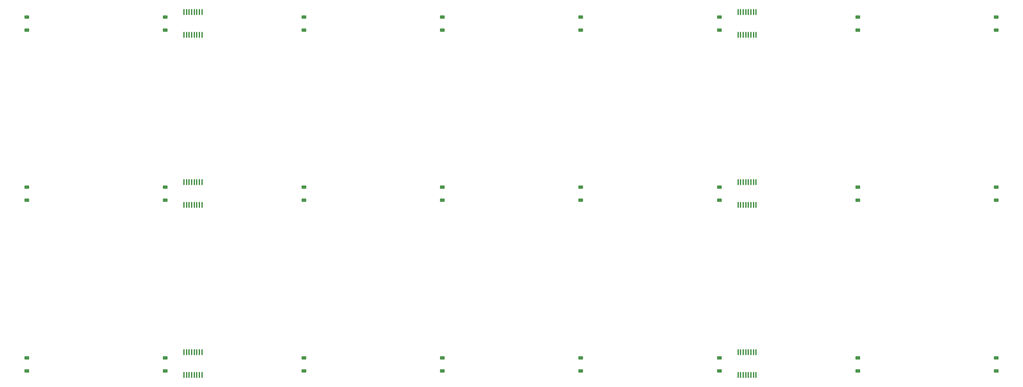
<source format=gbr>
%TF.GenerationSoftware,KiCad,Pcbnew,7.0.7*%
%TF.CreationDate,2024-03-28T21:46:40-04:00*%
%TF.ProjectId,midi-controller_pot-board_teensy,6d696469-2d63-46f6-9e74-726f6c6c6572,rev?*%
%TF.SameCoordinates,Original*%
%TF.FileFunction,Paste,Top*%
%TF.FilePolarity,Positive*%
%FSLAX46Y46*%
G04 Gerber Fmt 4.6, Leading zero omitted, Abs format (unit mm)*
G04 Created by KiCad (PCBNEW 7.0.7) date 2024-03-28 21:46:40*
%MOMM*%
%LPD*%
G01*
G04 APERTURE LIST*
G04 Aperture macros list*
%AMRoundRect*
0 Rectangle with rounded corners*
0 $1 Rounding radius*
0 $2 $3 $4 $5 $6 $7 $8 $9 X,Y pos of 4 corners*
0 Add a 4 corners polygon primitive as box body*
4,1,4,$2,$3,$4,$5,$6,$7,$8,$9,$2,$3,0*
0 Add four circle primitives for the rounded corners*
1,1,$1+$1,$2,$3*
1,1,$1+$1,$4,$5*
1,1,$1+$1,$6,$7*
1,1,$1+$1,$8,$9*
0 Add four rect primitives between the rounded corners*
20,1,$1+$1,$2,$3,$4,$5,0*
20,1,$1+$1,$4,$5,$6,$7,0*
20,1,$1+$1,$6,$7,$8,$9,0*
20,1,$1+$1,$8,$9,$2,$3,0*%
G04 Aperture macros list end*
%ADD10RoundRect,0.225000X0.375000X-0.225000X0.375000X0.225000X-0.375000X0.225000X-0.375000X-0.225000X0*%
%ADD11RoundRect,0.100000X0.100000X-0.637500X0.100000X0.637500X-0.100000X0.637500X-0.100000X-0.637500X0*%
G04 APERTURE END LIST*
D10*
%TO.C,D5*%
X265178000Y-130204000D03*
X265178000Y-126904000D03*
%TD*%
D11*
%TO.C,U1*%
X164903000Y-131416500D03*
X165553000Y-131416500D03*
X166203000Y-131416500D03*
X166853000Y-131416500D03*
X167503000Y-131416500D03*
X168153000Y-131416500D03*
X168803000Y-131416500D03*
X169453000Y-131416500D03*
X169453000Y-125691500D03*
X168803000Y-125691500D03*
X168153000Y-125691500D03*
X167503000Y-125691500D03*
X166853000Y-125691500D03*
X166203000Y-125691500D03*
X165553000Y-125691500D03*
X164903000Y-125691500D03*
%TD*%
D10*
%TO.C,D8*%
X370178000Y-130204000D03*
X370178000Y-126904000D03*
%TD*%
%TO.C,D2*%
X160178000Y-130204000D03*
X160178000Y-126904000D03*
%TD*%
%TO.C,D22*%
X300178000Y-216414000D03*
X300178000Y-213114000D03*
%TD*%
%TO.C,D17*%
X125178000Y-216414000D03*
X125178000Y-213114000D03*
%TD*%
%TO.C,D24*%
X370178000Y-216414000D03*
X370178000Y-213114000D03*
%TD*%
D11*
%TO.C,U4*%
X304903000Y-174416500D03*
X305553000Y-174416500D03*
X306203000Y-174416500D03*
X306853000Y-174416500D03*
X307503000Y-174416500D03*
X308153000Y-174416500D03*
X308803000Y-174416500D03*
X309453000Y-174416500D03*
X309453000Y-168691500D03*
X308803000Y-168691500D03*
X308153000Y-168691500D03*
X307503000Y-168691500D03*
X306853000Y-168691500D03*
X306203000Y-168691500D03*
X305553000Y-168691500D03*
X304903000Y-168691500D03*
%TD*%
D10*
%TO.C,D10*%
X160178000Y-173204000D03*
X160178000Y-169904000D03*
%TD*%
%TO.C,D6*%
X300178000Y-130204000D03*
X300178000Y-126904000D03*
%TD*%
%TO.C,D12*%
X230178000Y-173204000D03*
X230178000Y-169904000D03*
%TD*%
%TO.C,D15*%
X335178000Y-173204000D03*
X335178000Y-169904000D03*
%TD*%
%TO.C,D4*%
X230178000Y-130204000D03*
X230178000Y-126904000D03*
%TD*%
%TO.C,D13*%
X265178000Y-173204000D03*
X265178000Y-169904000D03*
%TD*%
%TO.C,D18*%
X160178000Y-216414000D03*
X160178000Y-213114000D03*
%TD*%
%TO.C,D16*%
X370178000Y-173204000D03*
X370178000Y-169904000D03*
%TD*%
%TO.C,D23*%
X335178000Y-216414000D03*
X335178000Y-213114000D03*
%TD*%
D11*
%TO.C,U5*%
X164903000Y-217416500D03*
X165553000Y-217416500D03*
X166203000Y-217416500D03*
X166853000Y-217416500D03*
X167503000Y-217416500D03*
X168153000Y-217416500D03*
X168803000Y-217416500D03*
X169453000Y-217416500D03*
X169453000Y-211691500D03*
X168803000Y-211691500D03*
X168153000Y-211691500D03*
X167503000Y-211691500D03*
X166853000Y-211691500D03*
X166203000Y-211691500D03*
X165553000Y-211691500D03*
X164903000Y-211691500D03*
%TD*%
D10*
%TO.C,D3*%
X195178000Y-130204000D03*
X195178000Y-126904000D03*
%TD*%
%TO.C,D14*%
X300178000Y-173204000D03*
X300178000Y-169904000D03*
%TD*%
%TO.C,D21*%
X265178000Y-216414000D03*
X265178000Y-213114000D03*
%TD*%
%TO.C,D20*%
X230178000Y-216414000D03*
X230178000Y-213114000D03*
%TD*%
D11*
%TO.C,U2*%
X304903000Y-131416500D03*
X305553000Y-131416500D03*
X306203000Y-131416500D03*
X306853000Y-131416500D03*
X307503000Y-131416500D03*
X308153000Y-131416500D03*
X308803000Y-131416500D03*
X309453000Y-131416500D03*
X309453000Y-125691500D03*
X308803000Y-125691500D03*
X308153000Y-125691500D03*
X307503000Y-125691500D03*
X306853000Y-125691500D03*
X306203000Y-125691500D03*
X305553000Y-125691500D03*
X304903000Y-125691500D03*
%TD*%
D10*
%TO.C,D9*%
X125178000Y-173204000D03*
X125178000Y-169904000D03*
%TD*%
D11*
%TO.C,U6*%
X304903000Y-217416500D03*
X305553000Y-217416500D03*
X306203000Y-217416500D03*
X306853000Y-217416500D03*
X307503000Y-217416500D03*
X308153000Y-217416500D03*
X308803000Y-217416500D03*
X309453000Y-217416500D03*
X309453000Y-211691500D03*
X308803000Y-211691500D03*
X308153000Y-211691500D03*
X307503000Y-211691500D03*
X306853000Y-211691500D03*
X306203000Y-211691500D03*
X305553000Y-211691500D03*
X304903000Y-211691500D03*
%TD*%
D10*
%TO.C,D11*%
X195178000Y-173204000D03*
X195178000Y-169904000D03*
%TD*%
%TO.C,D1*%
X125178000Y-130204000D03*
X125178000Y-126904000D03*
%TD*%
%TO.C,D7*%
X335178000Y-130204000D03*
X335178000Y-126904000D03*
%TD*%
D11*
%TO.C,U3*%
X164903000Y-174416500D03*
X165553000Y-174416500D03*
X166203000Y-174416500D03*
X166853000Y-174416500D03*
X167503000Y-174416500D03*
X168153000Y-174416500D03*
X168803000Y-174416500D03*
X169453000Y-174416500D03*
X169453000Y-168691500D03*
X168803000Y-168691500D03*
X168153000Y-168691500D03*
X167503000Y-168691500D03*
X166853000Y-168691500D03*
X166203000Y-168691500D03*
X165553000Y-168691500D03*
X164903000Y-168691500D03*
%TD*%
D10*
%TO.C,D19*%
X195178000Y-216414000D03*
X195178000Y-213114000D03*
%TD*%
M02*

</source>
